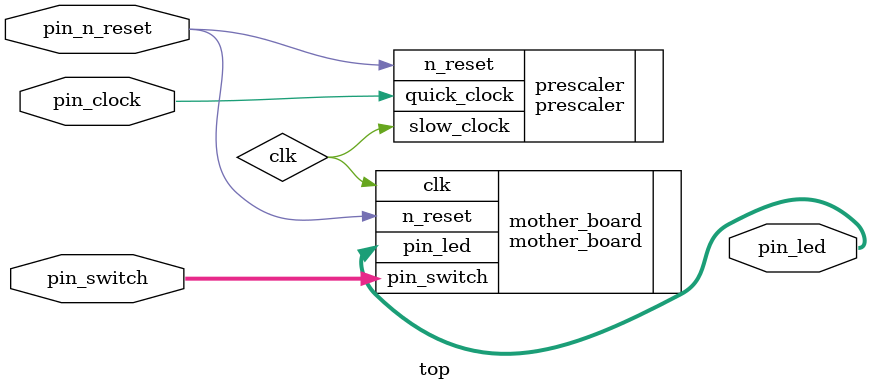
<source format=v>
module top (
    input        pin_clock,
    input        pin_n_reset,
    input  [3:0] pin_switch,
    output [3:0] pin_led
);

    // wire
    wire    clk;

    // prescaler 100MHz->10MHz
    prescaler #(.RATIO(10)) prescaler(
        .quick_clock    (pin_clock),
        .n_reset        (pin_n_reset),
        .slow_clock     (clk)
    );

    // mpther_board
    mother_board mother_board(
        .clk        (clk),
        .n_reset    (pin_n_reset),
        .pin_switch (pin_switch),
        .pin_led    (pin_led)
    );

endmodule //top
</source>
